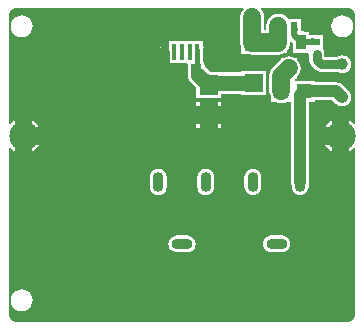
<source format=gtl>
%FSLAX25Y25*%
%MOIN*%
G70*
G01*
G75*
G04 Layer_Physical_Order=1*
G04 Layer_Color=255*
%ADD10R,0.06299X0.05984*%
%ADD11C,0.03937*%
%ADD12R,0.06299X0.06693*%
%ADD13R,0.01969X0.02362*%
%ADD14R,0.03600X0.05000*%
%ADD15R,0.05118X0.04921*%
%ADD16R,0.02362X0.01969*%
%ADD17R,0.01575X0.05315*%
%ADD18C,0.01500*%
%ADD19C,0.05000*%
%ADD20C,0.01575*%
%ADD21C,0.01969*%
%ADD22C,0.03000*%
%ADD23C,0.03937*%
%ADD24C,0.05906*%
%ADD25R,0.03500X0.04000*%
%ADD26O,0.07087X0.03543*%
%ADD27O,0.03543X0.06693*%
%ADD28C,0.09843*%
%ADD29C,0.05118*%
%ADD30O,0.04724X0.07480*%
%ADD31C,0.03000*%
%ADD32C,0.02200*%
G36*
X99028Y-13748D02*
X97059Y-13563D01*
Y-11594D01*
X99028Y-11410D01*
Y-13748D01*
D02*
G37*
G36*
X93453Y-9988D02*
X91484D01*
X91299Y-8019D01*
X93638D01*
X93453Y-9988D01*
D02*
G37*
G36*
X110236Y-1277D02*
X110925Y-1368D01*
X111566Y-1634D01*
X112117Y-2056D01*
X112540Y-2607D01*
X112805Y-3249D01*
X112896Y-3937D01*
X112899D01*
Y-39848D01*
X112428Y-40016D01*
X112162Y-39692D01*
X111260Y-38952D01*
X110907Y-38763D01*
Y-43900D01*
Y-49035D01*
X111260Y-48846D01*
X112162Y-48106D01*
X112428Y-47782D01*
X112899Y-47950D01*
Y-103347D01*
X112896D01*
X112805Y-104035D01*
X112540Y-104676D01*
X112117Y-105227D01*
X111566Y-105650D01*
X110925Y-105916D01*
X110236Y-106006D01*
Y-106009D01*
X0D01*
Y-106006D01*
X-688Y-105916D01*
X-1330Y-105650D01*
X-1881Y-105227D01*
X-2303Y-104676D01*
X-2569Y-104035D01*
X-2660Y-103347D01*
X-2662D01*
Y-47947D01*
X-2191Y-47778D01*
X-1922Y-48106D01*
X-1020Y-48846D01*
X-668Y-49035D01*
Y-43900D01*
Y-38763D01*
X-1020Y-38952D01*
X-1922Y-39692D01*
X-2191Y-40020D01*
X-2662Y-39851D01*
Y-3937D01*
X-2660D01*
X-2569Y-3249D01*
X-2303Y-2607D01*
X-1881Y-2056D01*
X-1330Y-1634D01*
X-688Y-1368D01*
X0Y-1277D01*
Y-1275D01*
X38627D01*
X38788Y-1748D01*
X39249Y-1394D01*
X39536Y-1275D01*
X42353D01*
X42641Y-1394D01*
X42664Y-1275D01*
X66974D01*
X67134Y-1748D01*
X67596Y-1394D01*
X67883Y-1275D01*
X70700D01*
X70987Y-1394D01*
X71011Y-1275D01*
X75442D01*
X75663Y-1723D01*
X75110Y-2444D01*
X74712Y-3405D01*
X74576Y-4437D01*
Y-12336D01*
X74513Y-12815D01*
X74649Y-13847D01*
X74913Y-14485D01*
Y-16697D01*
X77703D01*
X78500Y-16802D01*
X87082D01*
X88114Y-16666D01*
X89076Y-16268D01*
X89233Y-16147D01*
X90050D01*
Y-15481D01*
X90069Y-15466D01*
X90703Y-14641D01*
X91101Y-13679D01*
X91237Y-12647D01*
X91534Y-12524D01*
X91950Y-12802D01*
Y-16147D01*
X97149D01*
X97451Y-16516D01*
Y-18547D01*
X97451Y-18547D01*
X97451D01*
X97645Y-19523D01*
X98198Y-20350D01*
X99698Y-21850D01*
X100524Y-22402D01*
X101500Y-22596D01*
X106946D01*
X107003Y-22640D01*
X107725Y-22939D01*
X108500Y-23041D01*
X109275Y-22939D01*
X109997Y-22640D01*
X110617Y-22164D01*
X111093Y-21544D01*
X111392Y-20822D01*
X111494Y-20047D01*
X111392Y-19272D01*
X111093Y-18550D01*
X110617Y-17930D01*
X109997Y-17454D01*
X109275Y-17155D01*
X108500Y-17053D01*
X107725Y-17155D01*
X107003Y-17454D01*
X106946Y-17498D01*
X102556D01*
X102549Y-17491D01*
Y-16516D01*
X102355Y-15540D01*
X101984Y-14986D01*
Y-14760D01*
Y-12774D01*
X102023Y-12579D01*
X101984Y-12383D01*
Y-10398D01*
X99149D01*
X99148Y-10397D01*
X99142Y-10398D01*
X99066D01*
X99028Y-10390D01*
X98990Y-10398D01*
X98016D01*
Y-10398D01*
X98016D01*
D01*
D01*
X97762D01*
X97550Y-10199D01*
Y-9147D01*
X96778D01*
X94650Y-9039D01*
Y-9031D01*
X94650D01*
Y-8058D01*
X94657Y-8019D01*
X94650Y-7981D01*
Y-7906D01*
X94650Y-7899D01*
X94650Y-7898D01*
Y-5063D01*
X92664D01*
X92469Y-5024D01*
X92273Y-5063D01*
X90645D01*
X90069Y-4313D01*
X89243Y-3679D01*
X88282Y-3281D01*
X87250Y-3145D01*
X86218Y-3281D01*
X85257Y-3679D01*
X84431Y-4313D01*
X83797Y-5138D01*
X83399Y-6100D01*
X83263Y-7132D01*
Y-8713D01*
X83213D01*
Y-8713D01*
X82550D01*
Y-4437D01*
X82414Y-3405D01*
X82016Y-2444D01*
X81382Y-1618D01*
X81499Y-1275D01*
X110236D01*
Y-1277D01*
D02*
G37*
G36*
X87082Y-9862D02*
Y-15768D01*
X82201Y-15685D01*
Y-9725D01*
X87082Y-9862D01*
D02*
G37*
%LPC*%
G36*
X68150Y-39945D02*
X66953D01*
Y-41339D01*
X68150D01*
Y-39945D01*
D02*
G37*
G36*
X61047D02*
X59850D01*
Y-41339D01*
X61047D01*
Y-39945D01*
D02*
G37*
G36*
X105002Y-46852D02*
X102819D01*
X103007Y-47205D01*
X103747Y-48106D01*
X104649Y-48846D01*
X105002Y-49035D01*
Y-46852D01*
D02*
G37*
G36*
X90750Y-17460D02*
X89718Y-17596D01*
X88871Y-17947D01*
X87950D01*
Y-18613D01*
X87931Y-18628D01*
X85441Y-21118D01*
X84807Y-21944D01*
X84409Y-22906D01*
X84393Y-23025D01*
X84273Y-23937D01*
X84273Y-23937D01*
Y-29047D01*
X84409Y-30079D01*
X84701Y-30784D01*
Y-32508D01*
X86286D01*
X87228Y-32898D01*
X88260Y-33034D01*
X89292Y-32898D01*
X90234Y-32508D01*
X91494D01*
Y-38047D01*
Y-41714D01*
Y-45380D01*
Y-49047D01*
Y-59291D01*
X91596Y-60066D01*
X91693Y-60299D01*
Y-60866D01*
X91788Y-61590D01*
X92067Y-62264D01*
X92511Y-62843D01*
X93090Y-63287D01*
X93765Y-63566D01*
X94488Y-63662D01*
X95212Y-63566D01*
X95886Y-63287D01*
X96465Y-62843D01*
X96909Y-62264D01*
X97189Y-61590D01*
X97284Y-60866D01*
Y-60299D01*
X97380Y-60066D01*
X97482Y-59291D01*
Y-49047D01*
Y-45380D01*
Y-41714D01*
Y-38047D01*
Y-32508D01*
X99299D01*
Y-32041D01*
X105260D01*
X106383Y-33164D01*
X107003Y-33640D01*
X107514Y-33852D01*
X107725Y-33939D01*
X108500Y-34041D01*
X109275Y-33939D01*
X109486Y-33852D01*
X109997Y-33640D01*
X110617Y-33164D01*
X111093Y-32544D01*
X111304Y-32034D01*
X111392Y-31822D01*
X111494Y-31047D01*
X111392Y-30272D01*
X111304Y-30061D01*
X111093Y-29550D01*
X110617Y-28930D01*
X108617Y-26930D01*
X107997Y-26454D01*
X107486Y-26243D01*
X107275Y-26155D01*
X106500Y-26053D01*
X99299D01*
Y-25587D01*
X92902D01*
X92711Y-25125D01*
X92888Y-24947D01*
X93550D01*
Y-24285D01*
X93569Y-24266D01*
X94203Y-23441D01*
X94601Y-22479D01*
X94737Y-21447D01*
X94601Y-20415D01*
X94203Y-19454D01*
X93569Y-18628D01*
X93550Y-18613D01*
Y-17947D01*
X92629D01*
X91782Y-17596D01*
X90750Y-17460D01*
D02*
G37*
G36*
X105002Y-38763D02*
X104649Y-38952D01*
X103747Y-39692D01*
X103007Y-40593D01*
X102819Y-40946D01*
X105002D01*
Y-38763D01*
D02*
G37*
G36*
X5238D02*
Y-40946D01*
X7421D01*
X7232Y-40593D01*
X6492Y-39692D01*
X5591Y-38952D01*
X5238Y-38763D01*
D02*
G37*
G36*
X7421Y-46852D02*
X5238D01*
Y-49035D01*
X5591Y-48846D01*
X6492Y-48106D01*
X7232Y-47205D01*
X7421Y-46852D01*
D02*
G37*
G36*
X88386Y-77126D02*
X84842D01*
X84119Y-77221D01*
X83445Y-77500D01*
X82866Y-77944D01*
X82421Y-78523D01*
X82142Y-79198D01*
X82047Y-79921D01*
X82142Y-80645D01*
X82421Y-81319D01*
X82866Y-81898D01*
X83445Y-82342D01*
X84119Y-82622D01*
X84842Y-82717D01*
X88386D01*
X89109Y-82622D01*
X89784Y-82342D01*
X90363Y-81898D01*
X90807Y-81319D01*
X91086Y-80645D01*
X91181Y-79921D01*
X91086Y-79198D01*
X90807Y-78523D01*
X90363Y-77944D01*
X89784Y-77500D01*
X89109Y-77221D01*
X88386Y-77126D01*
D02*
G37*
G36*
X56890D02*
X53347D01*
X52623Y-77221D01*
X51949Y-77500D01*
X51370Y-77944D01*
X50925Y-78523D01*
X50646Y-79198D01*
X50551Y-79921D01*
X50646Y-80645D01*
X50925Y-81319D01*
X51370Y-81898D01*
X51949Y-82342D01*
X52623Y-82622D01*
X53347Y-82717D01*
X56890D01*
X57613Y-82622D01*
X58288Y-82342D01*
X58867Y-81898D01*
X59311Y-81319D01*
X59590Y-80645D01*
X59685Y-79921D01*
X59590Y-79198D01*
X59311Y-78523D01*
X58867Y-77944D01*
X58288Y-77500D01*
X57613Y-77221D01*
X56890Y-77126D01*
D02*
G37*
G36*
X1732Y-95018D02*
X789Y-95142D01*
X-89Y-95506D01*
X-844Y-96085D01*
X-1423Y-96840D01*
X-1787Y-97718D01*
X-1911Y-98661D01*
X-1787Y-99604D01*
X-1423Y-100483D01*
X-844Y-101238D01*
X-89Y-101817D01*
X789Y-102181D01*
X1732Y-102305D01*
X2675Y-102181D01*
X3554Y-101817D01*
X4309Y-101238D01*
X4888Y-100483D01*
X5252Y-99604D01*
X5376Y-98661D01*
X5252Y-97718D01*
X4888Y-96840D01*
X4309Y-96085D01*
X3554Y-95506D01*
X2675Y-95142D01*
X1732Y-95018D01*
D02*
G37*
G36*
X78740Y-54921D02*
X78017Y-55016D01*
X77342Y-55295D01*
X76763Y-55740D01*
X76319Y-56319D01*
X76040Y-56993D01*
X75945Y-57717D01*
Y-60866D01*
X76040Y-61590D01*
X76319Y-62264D01*
X76763Y-62843D01*
X77342Y-63287D01*
X78017Y-63566D01*
X78740Y-63662D01*
X79464Y-63566D01*
X80138Y-63287D01*
X80717Y-62843D01*
X81161Y-62264D01*
X81441Y-61590D01*
X81536Y-60866D01*
Y-57717D01*
X81441Y-56993D01*
X81161Y-56319D01*
X80717Y-55740D01*
X80138Y-55295D01*
X79464Y-55016D01*
X78740Y-54921D01*
D02*
G37*
G36*
X62992D02*
X62269Y-55016D01*
X61594Y-55295D01*
X61015Y-55740D01*
X60571Y-56319D01*
X60292Y-56993D01*
X60197Y-57717D01*
Y-60866D01*
X60292Y-61590D01*
X60571Y-62264D01*
X61015Y-62843D01*
X61594Y-63287D01*
X62269Y-63566D01*
X62992Y-63662D01*
X63716Y-63566D01*
X64390Y-63287D01*
X64969Y-62843D01*
X65413Y-62264D01*
X65692Y-61590D01*
X65788Y-60866D01*
Y-57717D01*
X65692Y-56993D01*
X65413Y-56319D01*
X64969Y-55740D01*
X64390Y-55295D01*
X63716Y-55016D01*
X62992Y-54921D01*
D02*
G37*
G36*
X47244D02*
X46521Y-55016D01*
X45846Y-55295D01*
X45267Y-55740D01*
X44823Y-56319D01*
X44544Y-56993D01*
X44449Y-57717D01*
Y-60866D01*
X44544Y-61590D01*
X44823Y-62264D01*
X45267Y-62843D01*
X45846Y-63287D01*
X46521Y-63566D01*
X47244Y-63662D01*
X47968Y-63566D01*
X48642Y-63287D01*
X49221Y-62843D01*
X49665Y-62264D01*
X49944Y-61590D01*
X50040Y-60866D01*
Y-57717D01*
X49944Y-56993D01*
X49665Y-56319D01*
X49221Y-55740D01*
X48642Y-55295D01*
X47968Y-55016D01*
X47244Y-54921D01*
D02*
G37*
G36*
X61047Y-32646D02*
X59850D01*
Y-34039D01*
X61047D01*
Y-32646D01*
D02*
G37*
G36*
X37992Y-8661D02*
X37958D01*
X37992Y-8744D01*
Y-8661D01*
D02*
G37*
G36*
Y-2673D02*
X37958Y-2756D01*
X37992D01*
Y-2673D01*
D02*
G37*
G36*
X108504Y-3679D02*
X107561Y-3804D01*
X106682Y-4168D01*
X105928Y-4747D01*
X105349Y-5501D01*
X104985Y-6380D01*
X104861Y-7323D01*
X104985Y-8266D01*
X105349Y-9144D01*
X105928Y-9899D01*
X106682Y-10478D01*
X107561Y-10842D01*
X108504Y-10966D01*
X109447Y-10842D01*
X110326Y-10478D01*
X111080Y-9899D01*
X111659Y-9144D01*
X112023Y-8266D01*
X112147Y-7323D01*
X112023Y-6380D01*
X111659Y-5501D01*
X111080Y-4747D01*
X110326Y-4168D01*
X109447Y-3804D01*
X108504Y-3679D01*
D02*
G37*
G36*
X72278Y-8661D02*
X72244D01*
Y-8744D01*
X72278Y-8661D01*
D02*
G37*
G36*
X66339D02*
X66304D01*
X66339Y-8744D01*
Y-8661D01*
D02*
G37*
G36*
X43932D02*
X43898D01*
Y-8744D01*
X43932Y-8661D01*
D02*
G37*
G36*
X1732Y-3679D02*
X789Y-3804D01*
X-89Y-4168D01*
X-844Y-4747D01*
X-1423Y-5501D01*
X-1787Y-6380D01*
X-1911Y-7323D01*
X-1787Y-8266D01*
X-1423Y-9144D01*
X-844Y-9899D01*
X-89Y-10478D01*
X789Y-10842D01*
X1732Y-10966D01*
X2675Y-10842D01*
X3554Y-10478D01*
X4309Y-9899D01*
X4888Y-9144D01*
X5252Y-8266D01*
X5376Y-7323D01*
X5252Y-6380D01*
X4888Y-5501D01*
X4309Y-4747D01*
X3554Y-4168D01*
X2675Y-3804D01*
X1732Y-3679D01*
D02*
G37*
G36*
X66339Y-2673D02*
X66304Y-2756D01*
X66339D01*
Y-2673D01*
D02*
G37*
G36*
X72244D02*
Y-2756D01*
X72278D01*
X72244Y-2673D01*
D02*
G37*
G36*
X68150Y-32646D02*
X66953D01*
Y-34039D01*
X68150D01*
Y-32646D01*
D02*
G37*
G36*
X59465Y-12189D02*
X55890D01*
Y-12189D01*
X54347D01*
Y-12189D01*
X50771D01*
Y-15847D01*
Y-19504D01*
X53331D01*
Y-19504D01*
X56735D01*
X57053Y-19891D01*
X57043Y-19937D01*
Y-23043D01*
X56970Y-23602D01*
X57090Y-24516D01*
X57443Y-25367D01*
X58004Y-26098D01*
X59850Y-27945D01*
Y-31449D01*
X68150D01*
Y-29810D01*
X69016D01*
Y-29810D01*
X72984D01*
Y-29810D01*
X74913D01*
Y-30161D01*
X83213D01*
Y-22177D01*
X74913D01*
Y-22749D01*
X64639D01*
X62996Y-21106D01*
X62583Y-20789D01*
Y-20565D01*
X62998Y-20288D01*
X62870Y-20235D01*
X62583Y-20014D01*
Y-19937D01*
X62505Y-19547D01*
X62284Y-19216D01*
X62059Y-19065D01*
Y-15354D01*
X62024Y-15178D01*
Y-14722D01*
X62127Y-14588D01*
X62472Y-14323D01*
X62024Y-14102D01*
Y-12189D01*
X59465D01*
Y-12189D01*
D02*
G37*
G36*
X43898Y-2673D02*
Y-2756D01*
X43932D01*
X43898Y-2673D01*
D02*
G37*
G36*
X48212Y-14102D02*
X47764Y-14323D01*
X48109Y-14588D01*
X48212Y-14722D01*
Y-14102D01*
D02*
G37*
%LPD*%
D10*
X79063Y-26169D02*
D03*
X79063Y-12705D02*
D03*
D11*
X78563Y-4437D02*
D03*
X2500Y-30047D02*
D03*
X108500Y-31047D02*
D03*
Y-20047D02*
D03*
D12*
X64000Y-27102D02*
D03*
Y-36992D02*
D03*
D13*
X71000Y-27079D02*
D03*
Y-31016D02*
D03*
X100000Y-12579D02*
D03*
Y-16516D02*
D03*
D14*
X90750Y-21447D02*
D03*
X94750Y-12647D02*
D03*
X87250D02*
D03*
D15*
X95740Y-29047D02*
D03*
X88260D02*
D03*
D16*
X88532Y-7047D02*
D03*
X92469D02*
D03*
D17*
X60236Y-15846D02*
D03*
X57677Y-15846D02*
D03*
X55118Y-15846D02*
D03*
X50000Y-15846D02*
D03*
X52559D02*
D03*
D18*
X50000Y-22874D02*
Y-15846D01*
D19*
X64232Y-26280D02*
X78500D01*
X60500Y-23602D02*
X64000Y-27102D01*
D20*
X60236Y-23338D02*
X60500Y-23602D01*
X60236Y-23338D02*
Y-15354D01*
D21*
X2500Y-30047D02*
X10500D01*
X56055Y-36992D02*
X64000D01*
X69055D01*
X71000Y-35047D01*
Y-31016D01*
X92469Y-10366D02*
Y-7047D01*
Y-10366D02*
X94750Y-12647D01*
X94819Y-12579D02*
X100000D01*
D22*
X103000Y-20047D02*
X108500D01*
X101500D02*
X103000D01*
X100000Y-18547D02*
X101500Y-20047D01*
X100000Y-18547D02*
Y-16516D01*
D23*
X94488Y-30299D02*
X95740Y-29047D01*
X106500D02*
X108500Y-31047D01*
X95740Y-29047D02*
X106500D01*
X94488Y-59291D02*
Y-49047D01*
Y-45380D01*
Y-41714D01*
Y-38047D01*
Y-30299D01*
D24*
X88260Y-23937D02*
X90750Y-21447D01*
X88260Y-29047D02*
Y-23937D01*
X87250Y-12647D02*
Y-7132D01*
X78563Y-12752D02*
Y-4437D01*
X78500Y-12815D02*
X87082D01*
D25*
X59813Y-21937D02*
D03*
D26*
X86614Y-79921D02*
D03*
X55118D02*
D03*
X23622D02*
D03*
D27*
X94488Y-59291D02*
D03*
X78740D02*
D03*
X47244D02*
D03*
X62992D02*
D03*
X31496D02*
D03*
X15748D02*
D03*
D28*
X2285Y-43899D02*
D03*
X107955D02*
D03*
D29*
X45571Y-17126D02*
D03*
X64665D02*
D03*
D30*
X40945Y-5709D02*
D03*
X69291D02*
D03*
D31*
X50000Y-22874D02*
D03*
X10500Y-30047D02*
D03*
X56055Y-36992D02*
D03*
X94488Y-49047D02*
D03*
Y-45380D02*
D03*
Y-41714D02*
D03*
Y-38047D02*
D03*
X103000Y-20047D02*
D03*
D32*
X25063Y-34437D02*
D03*
X29563D02*
D03*
X34063D02*
D03*
X73563Y-94437D02*
D03*
X78063D02*
D03*
X82563D02*
D03*
X49563D02*
D03*
X54063D02*
D03*
X58563D02*
D03*
X26563D02*
D03*
X31063D02*
D03*
X35563D02*
D03*
X29730Y-74437D02*
D03*
X25563D02*
D03*
X21396D02*
D03*
X17230D02*
D03*
X29730Y-69937D02*
D03*
X25563D02*
D03*
X21396D02*
D03*
X17230D02*
D03*
X29730Y-65437D02*
D03*
X25563D02*
D03*
X21396D02*
D03*
X17230D02*
D03*
M02*

</source>
